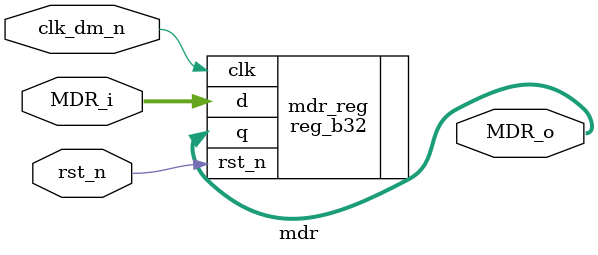
<source format=v>
module mdr(
    rst_n, clk_dm_n, MDR_o, MDR_i
);
    input [31:0] MDR_i; 
    input rst_n;          
    input clk_dm_n;       // 反相时钟信号
    output [31:0] MDR_o; // MDR数据

    reg_b32 mdr_reg(
        .clk(clk_dm_n),
        .rst_n(rst_n),
        .d(MDR_i),
        .q(MDR_o)
    );
endmodule
</source>
